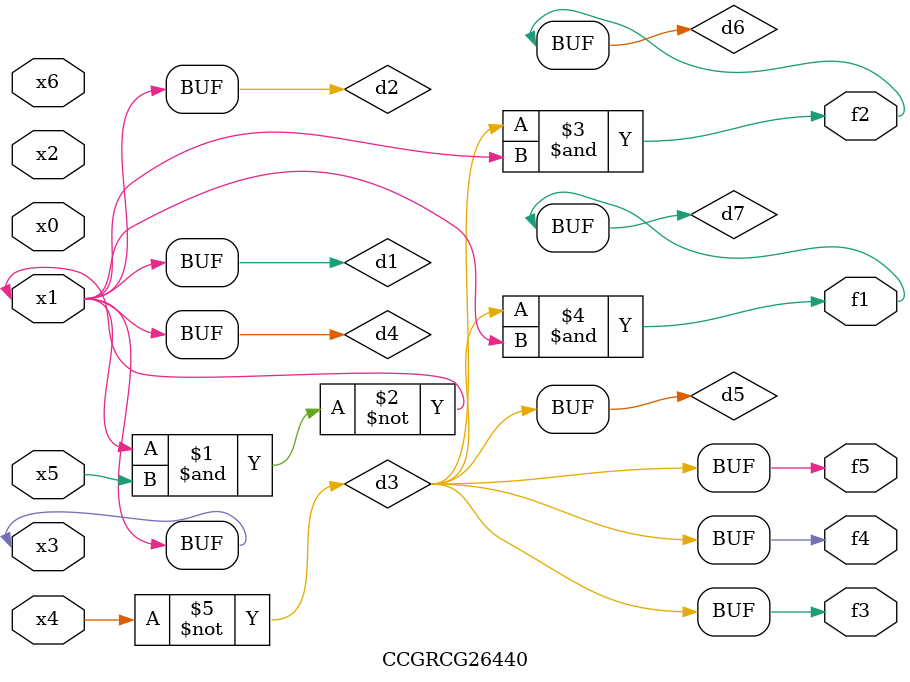
<source format=v>
module CCGRCG26440(
	input x0, x1, x2, x3, x4, x5, x6,
	output f1, f2, f3, f4, f5
);

	wire d1, d2, d3, d4, d5, d6, d7;

	buf (d1, x1, x3);
	nand (d2, x1, x5);
	not (d3, x4);
	buf (d4, d1, d2);
	buf (d5, d3);
	and (d6, d3, d4);
	and (d7, d3, d4);
	assign f1 = d7;
	assign f2 = d6;
	assign f3 = d5;
	assign f4 = d5;
	assign f5 = d5;
endmodule

</source>
